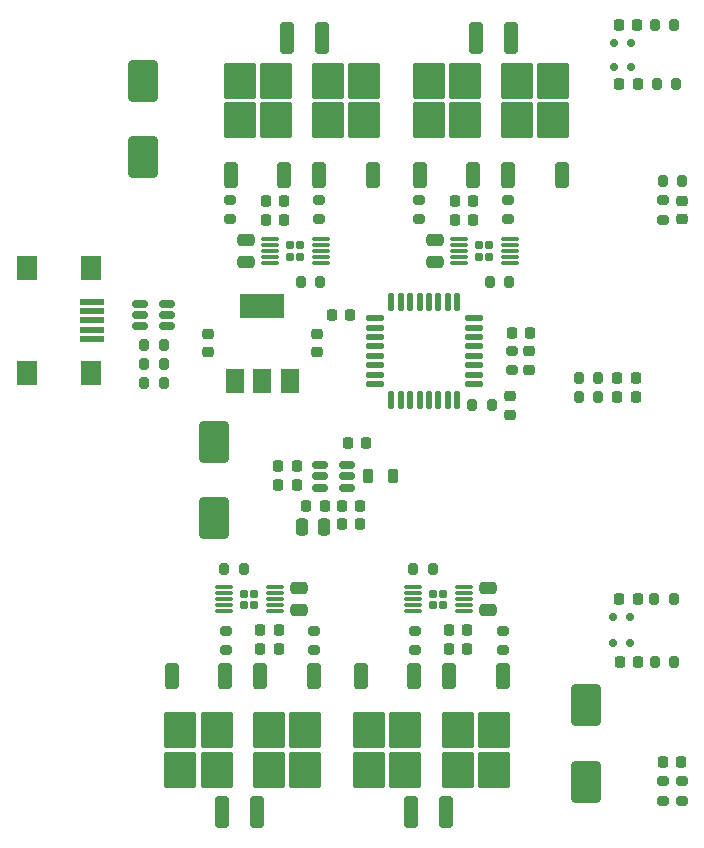
<source format=gbr>
%TF.GenerationSoftware,KiCad,Pcbnew,7.0.1*%
%TF.CreationDate,2023-12-25T09:53:22+01:00*%
%TF.ProjectId,BallBalancer,42616c6c-4261-46c6-916e-6365722e6b69,rev?*%
%TF.SameCoordinates,Original*%
%TF.FileFunction,Paste,Top*%
%TF.FilePolarity,Positive*%
%FSLAX46Y46*%
G04 Gerber Fmt 4.6, Leading zero omitted, Abs format (unit mm)*
G04 Created by KiCad (PCBNEW 7.0.1) date 2023-12-25 09:53:22*
%MOMM*%
%LPD*%
G01*
G04 APERTURE LIST*
G04 Aperture macros list*
%AMRoundRect*
0 Rectangle with rounded corners*
0 $1 Rounding radius*
0 $2 $3 $4 $5 $6 $7 $8 $9 X,Y pos of 4 corners*
0 Add a 4 corners polygon primitive as box body*
4,1,4,$2,$3,$4,$5,$6,$7,$8,$9,$2,$3,0*
0 Add four circle primitives for the rounded corners*
1,1,$1+$1,$2,$3*
1,1,$1+$1,$4,$5*
1,1,$1+$1,$6,$7*
1,1,$1+$1,$8,$9*
0 Add four rect primitives between the rounded corners*
20,1,$1+$1,$2,$3,$4,$5,0*
20,1,$1+$1,$4,$5,$6,$7,0*
20,1,$1+$1,$6,$7,$8,$9,0*
20,1,$1+$1,$8,$9,$2,$3,0*%
G04 Aperture macros list end*
%ADD10RoundRect,0.218750X0.218750X0.256250X-0.218750X0.256250X-0.218750X-0.256250X0.218750X-0.256250X0*%
%ADD11RoundRect,0.225000X-0.225000X-0.250000X0.225000X-0.250000X0.225000X0.250000X-0.225000X0.250000X0*%
%ADD12RoundRect,0.200000X-0.200000X-0.275000X0.200000X-0.275000X0.200000X0.275000X-0.200000X0.275000X0*%
%ADD13RoundRect,0.150000X-0.150000X-0.200000X0.150000X-0.200000X0.150000X0.200000X-0.150000X0.200000X0*%
%ADD14RoundRect,0.225000X0.225000X0.250000X-0.225000X0.250000X-0.225000X-0.250000X0.225000X-0.250000X0*%
%ADD15RoundRect,0.150000X-0.512500X-0.150000X0.512500X-0.150000X0.512500X0.150000X-0.512500X0.150000X0*%
%ADD16RoundRect,0.200000X0.200000X0.275000X-0.200000X0.275000X-0.200000X-0.275000X0.200000X-0.275000X0*%
%ADD17RoundRect,0.125000X0.625000X0.125000X-0.625000X0.125000X-0.625000X-0.125000X0.625000X-0.125000X0*%
%ADD18RoundRect,0.125000X0.125000X0.625000X-0.125000X0.625000X-0.125000X-0.625000X0.125000X-0.625000X0*%
%ADD19RoundRect,0.200000X0.275000X-0.200000X0.275000X0.200000X-0.275000X0.200000X-0.275000X-0.200000X0*%
%ADD20RoundRect,0.250000X1.000000X-1.500000X1.000000X1.500000X-1.000000X1.500000X-1.000000X-1.500000X0*%
%ADD21RoundRect,0.250000X-1.000000X1.500000X-1.000000X-1.500000X1.000000X-1.500000X1.000000X1.500000X0*%
%ADD22RoundRect,0.225000X-0.250000X0.225000X-0.250000X-0.225000X0.250000X-0.225000X0.250000X0.225000X0*%
%ADD23RoundRect,0.170000X-0.170000X-0.210000X0.170000X-0.210000X0.170000X0.210000X-0.170000X0.210000X0*%
%ADD24RoundRect,0.075000X-0.650000X-0.075000X0.650000X-0.075000X0.650000X0.075000X-0.650000X0.075000X0*%
%ADD25RoundRect,0.250000X-0.325000X-1.100000X0.325000X-1.100000X0.325000X1.100000X-0.325000X1.100000X0*%
%ADD26RoundRect,0.250000X0.350000X-0.850000X0.350000X0.850000X-0.350000X0.850000X-0.350000X-0.850000X0*%
%ADD27RoundRect,0.250000X1.125000X-1.275000X1.125000X1.275000X-1.125000X1.275000X-1.125000X-1.275000X0*%
%ADD28RoundRect,0.150000X0.512500X0.150000X-0.512500X0.150000X-0.512500X-0.150000X0.512500X-0.150000X0*%
%ADD29RoundRect,0.250000X0.475000X-0.250000X0.475000X0.250000X-0.475000X0.250000X-0.475000X-0.250000X0*%
%ADD30RoundRect,0.200000X-0.275000X0.200000X-0.275000X-0.200000X0.275000X-0.200000X0.275000X0.200000X0*%
%ADD31RoundRect,0.250000X-0.350000X0.850000X-0.350000X-0.850000X0.350000X-0.850000X0.350000X0.850000X0*%
%ADD32RoundRect,0.250000X-1.125000X1.275000X-1.125000X-1.275000X1.125000X-1.275000X1.125000X1.275000X0*%
%ADD33RoundRect,0.250000X-0.475000X0.250000X-0.475000X-0.250000X0.475000X-0.250000X0.475000X0.250000X0*%
%ADD34RoundRect,0.170000X0.170000X0.210000X-0.170000X0.210000X-0.170000X-0.210000X0.170000X-0.210000X0*%
%ADD35RoundRect,0.075000X0.650000X0.075000X-0.650000X0.075000X-0.650000X-0.075000X0.650000X-0.075000X0*%
%ADD36RoundRect,0.225000X0.250000X-0.225000X0.250000X0.225000X-0.250000X0.225000X-0.250000X-0.225000X0*%
%ADD37RoundRect,0.218750X-0.218750X-0.381250X0.218750X-0.381250X0.218750X0.381250X-0.218750X0.381250X0*%
%ADD38R,1.500000X2.000000*%
%ADD39R,3.800000X2.000000*%
%ADD40RoundRect,0.250000X0.325000X1.100000X-0.325000X1.100000X-0.325000X-1.100000X0.325000X-1.100000X0*%
%ADD41RoundRect,0.250000X-0.250000X-0.475000X0.250000X-0.475000X0.250000X0.475000X-0.250000X0.475000X0*%
%ADD42R,2.000000X0.500000*%
%ADD43R,1.700000X2.000000*%
G04 APERTURE END LIST*
D10*
%TO.C,D1*%
X137187500Y-94100000D03*
X135612500Y-94100000D03*
%TD*%
D11*
%TO.C,C31*%
X105411451Y-113805292D03*
X106961451Y-113805292D03*
%TD*%
D12*
%TO.C,R5*%
X95575000Y-91300000D03*
X97225000Y-91300000D03*
%TD*%
D13*
%TO.C,D6*%
X136800000Y-64100000D03*
X135400000Y-64100000D03*
%TD*%
D14*
%TO.C,C32*%
X123462500Y-79120000D03*
X121912500Y-79120000D03*
%TD*%
D15*
%TO.C,U6*%
X110462500Y-99850000D03*
X110462500Y-100800000D03*
X110462500Y-101750000D03*
X112737500Y-101750000D03*
X112737500Y-100800000D03*
X112737500Y-99850000D03*
%TD*%
D16*
%TO.C,R17*%
X110512500Y-84320000D03*
X108862500Y-84320000D03*
%TD*%
D14*
%TO.C,C34*%
X123462500Y-77520000D03*
X121912500Y-77520000D03*
%TD*%
D17*
%TO.C,U1*%
X123475000Y-93000000D03*
X123475000Y-92200000D03*
X123475000Y-91400000D03*
X123475000Y-90600000D03*
X123475000Y-89800000D03*
X123475000Y-89000000D03*
X123475000Y-88200000D03*
X123475000Y-87400000D03*
D18*
X122100000Y-86025000D03*
X121300000Y-86025000D03*
X120500000Y-86025000D03*
X119700000Y-86025000D03*
X118900000Y-86025000D03*
X118100000Y-86025000D03*
X117300000Y-86025000D03*
X116500000Y-86025000D03*
D17*
X115125000Y-87400000D03*
X115125000Y-88200000D03*
X115125000Y-89000000D03*
X115125000Y-89800000D03*
X115125000Y-90600000D03*
X115125000Y-91400000D03*
X115125000Y-92200000D03*
X115125000Y-93000000D03*
D18*
X116500000Y-94375000D03*
X117300000Y-94375000D03*
X118100000Y-94375000D03*
X118900000Y-94375000D03*
X119700000Y-94375000D03*
X120500000Y-94375000D03*
X121300000Y-94375000D03*
X122100000Y-94375000D03*
%TD*%
D10*
%TO.C,D2*%
X137187500Y-92500000D03*
X135612500Y-92500000D03*
%TD*%
D19*
%TO.C,R22*%
X109986451Y-115530292D03*
X109986451Y-113880292D03*
%TD*%
D13*
%TO.C,D3*%
X136700000Y-114900000D03*
X135300000Y-114900000D03*
%TD*%
D20*
%TO.C,C36*%
X133000000Y-126650000D03*
X133000000Y-120150000D03*
%TD*%
D16*
%TO.C,R7*%
X97225000Y-89700000D03*
X95575000Y-89700000D03*
%TD*%
D11*
%TO.C,C13*%
X121411451Y-113805292D03*
X122961451Y-113805292D03*
%TD*%
D16*
%TO.C,R27*%
X126512500Y-84320000D03*
X124862500Y-84320000D03*
%TD*%
D21*
%TO.C,C15*%
X101500000Y-97850000D03*
X101500000Y-104350000D03*
%TD*%
D22*
%TO.C,C1*%
X128200000Y-90225000D03*
X128200000Y-91775000D03*
%TD*%
D11*
%TO.C,C11*%
X121411451Y-115405292D03*
X122961451Y-115405292D03*
%TD*%
%TO.C,C33*%
X105411451Y-115405292D03*
X106961451Y-115405292D03*
%TD*%
D23*
%TO.C,U4*%
X107967500Y-81250000D03*
X107967500Y-82190000D03*
X108807500Y-81250000D03*
X108807500Y-82190000D03*
D24*
X106237500Y-80720000D03*
X106237500Y-81220000D03*
X106237500Y-81720000D03*
X106237500Y-82220000D03*
X106237500Y-82720000D03*
X110537500Y-82720000D03*
X110537500Y-82220000D03*
X110537500Y-81720000D03*
X110537500Y-81220000D03*
X110537500Y-80720000D03*
%TD*%
D16*
%TO.C,R12*%
X140625000Y-67620000D03*
X138975000Y-67620000D03*
%TD*%
D25*
%TO.C,C27*%
X118211451Y-129205292D03*
X121161451Y-129205292D03*
%TD*%
D26*
%TO.C,Q4*%
X110407500Y-75260000D03*
D27*
X111162500Y-70635000D03*
X114212500Y-70635000D03*
X111162500Y-67285000D03*
X114212500Y-67285000D03*
D26*
X114967500Y-75260000D03*
%TD*%
D25*
%TO.C,C24*%
X102211451Y-129205292D03*
X105161451Y-129205292D03*
%TD*%
D12*
%TO.C,R2*%
X132375000Y-92500000D03*
X134025000Y-92500000D03*
%TD*%
D28*
%TO.C,U2*%
X97537500Y-88100000D03*
X97537500Y-87150000D03*
X97537500Y-86200000D03*
X95262500Y-86200000D03*
X95262500Y-87150000D03*
X95262500Y-88100000D03*
%TD*%
D29*
%TO.C,C20*%
X104187500Y-82670000D03*
X104187500Y-80770000D03*
%TD*%
D14*
%TO.C,C8*%
X137375000Y-67620000D03*
X135825000Y-67620000D03*
%TD*%
D30*
%TO.C,R23*%
X102486451Y-113880292D03*
X102486451Y-115530292D03*
%TD*%
D11*
%TO.C,C26*%
X112325000Y-104800000D03*
X113875000Y-104800000D03*
%TD*%
D26*
%TO.C,Q8*%
X126407500Y-75260000D03*
D27*
X127162500Y-70635000D03*
X130212500Y-70635000D03*
X127162500Y-67285000D03*
X130212500Y-67285000D03*
D26*
X130967500Y-75260000D03*
%TD*%
D31*
%TO.C,Q6*%
X102466451Y-117665292D03*
D32*
X101711451Y-122290292D03*
X98661451Y-122290292D03*
X101711451Y-125640292D03*
X98661451Y-125640292D03*
D31*
X97906451Y-117665292D03*
%TD*%
D12*
%TO.C,R14*%
X139475000Y-75835000D03*
X141125000Y-75835000D03*
%TD*%
D33*
%TO.C,C19*%
X124686451Y-110255292D03*
X124686451Y-112155292D03*
%TD*%
D31*
%TO.C,Q5*%
X109966451Y-117665292D03*
D32*
X109211451Y-122290292D03*
X106161451Y-122290292D03*
X109211451Y-125640292D03*
X106161451Y-125640292D03*
D31*
X105406451Y-117665292D03*
%TD*%
D12*
%TO.C,R6*%
X95575000Y-92900000D03*
X97225000Y-92900000D03*
%TD*%
D26*
%TO.C,Q7*%
X118907500Y-75260000D03*
D27*
X119662500Y-70635000D03*
X122712500Y-70635000D03*
X119662500Y-67285000D03*
X122712500Y-67285000D03*
D26*
X123467500Y-75260000D03*
%TD*%
D19*
%TO.C,R25*%
X126387500Y-79045000D03*
X126387500Y-77395000D03*
%TD*%
D13*
%TO.C,D5*%
X136800000Y-66100000D03*
X135400000Y-66100000D03*
%TD*%
D14*
%TO.C,C22*%
X114375000Y-98000000D03*
X112825000Y-98000000D03*
%TD*%
D11*
%TO.C,C7*%
X139525000Y-125020000D03*
X141075000Y-125020000D03*
%TD*%
D23*
%TO.C,U8*%
X123967500Y-81250000D03*
X123967500Y-82190000D03*
X124807500Y-81250000D03*
X124807500Y-82190000D03*
D24*
X122237500Y-80720000D03*
X122237500Y-81220000D03*
X122237500Y-81720000D03*
X122237500Y-82220000D03*
X122237500Y-82720000D03*
X126537500Y-82720000D03*
X126537500Y-82220000D03*
X126537500Y-81720000D03*
X126537500Y-81220000D03*
X126537500Y-80720000D03*
%TD*%
D31*
%TO.C,Q2*%
X118466451Y-117665292D03*
D32*
X117711451Y-122290292D03*
X114661451Y-122290292D03*
X117711451Y-125640292D03*
X114661451Y-125640292D03*
D31*
X113906451Y-117665292D03*
%TD*%
D34*
%TO.C,U7*%
X104906451Y-111675292D03*
X104906451Y-110735292D03*
X104066451Y-111675292D03*
X104066451Y-110735292D03*
D35*
X106636451Y-112205292D03*
X106636451Y-111705292D03*
X106636451Y-111205292D03*
X106636451Y-110705292D03*
X106636451Y-110205292D03*
X102336451Y-110205292D03*
X102336451Y-110705292D03*
X102336451Y-111205292D03*
X102336451Y-111705292D03*
X102336451Y-112205292D03*
%TD*%
D30*
%TO.C,R20*%
X102887500Y-77395000D03*
X102887500Y-79045000D03*
%TD*%
D12*
%TO.C,R1*%
X132375000Y-94100000D03*
X134025000Y-94100000D03*
%TD*%
D21*
%TO.C,C35*%
X95500000Y-67300000D03*
X95500000Y-73800000D03*
%TD*%
D30*
%TO.C,R3*%
X126700000Y-90175000D03*
X126700000Y-91825000D03*
%TD*%
D19*
%TO.C,R10*%
X141100000Y-128270000D03*
X141100000Y-126620000D03*
%TD*%
D10*
%TO.C,D7*%
X108487500Y-101500000D03*
X106912500Y-101500000D03*
%TD*%
D36*
%TO.C,C18*%
X101000000Y-90275000D03*
X101000000Y-88725000D03*
%TD*%
%TO.C,C2*%
X126600000Y-95575000D03*
X126600000Y-94025000D03*
%TD*%
D37*
%TO.C,L1*%
X114537500Y-100800000D03*
X116662500Y-100800000D03*
%TD*%
D16*
%TO.C,R8*%
X140475000Y-116500000D03*
X138825000Y-116500000D03*
%TD*%
D36*
%TO.C,C21*%
X110200000Y-90275000D03*
X110200000Y-88725000D03*
%TD*%
D29*
%TO.C,C30*%
X120187500Y-82670000D03*
X120187500Y-80770000D03*
%TD*%
D38*
%TO.C,U5*%
X103300000Y-92700000D03*
X105600000Y-92700000D03*
D39*
X105600000Y-86400000D03*
D38*
X107900000Y-92700000D03*
%TD*%
D11*
%TO.C,C4*%
X111450000Y-87100000D03*
X113000000Y-87100000D03*
%TD*%
D19*
%TO.C,R21*%
X110387500Y-79045000D03*
X110387500Y-77395000D03*
%TD*%
D13*
%TO.C,D4*%
X136700000Y-112700000D03*
X135300000Y-112700000D03*
%TD*%
D19*
%TO.C,R9*%
X139500000Y-128245000D03*
X139500000Y-126595000D03*
%TD*%
%TO.C,R13*%
X139475000Y-79060000D03*
X139475000Y-77410000D03*
%TD*%
D14*
%TO.C,C3*%
X128250000Y-88700000D03*
X126700000Y-88700000D03*
%TD*%
D40*
%TO.C,C28*%
X126662500Y-63720000D03*
X123712500Y-63720000D03*
%TD*%
D14*
%TO.C,C5*%
X137400000Y-116500000D03*
X135850000Y-116500000D03*
%TD*%
D41*
%TO.C,C17*%
X108950000Y-105050000D03*
X110850000Y-105050000D03*
%TD*%
D10*
%TO.C,D8*%
X108487500Y-99900000D03*
X106912500Y-99900000D03*
%TD*%
D30*
%TO.C,R19*%
X118486451Y-113880292D03*
X118486451Y-115530292D03*
%TD*%
D14*
%TO.C,C6*%
X137375000Y-111190000D03*
X135825000Y-111190000D03*
%TD*%
D12*
%TO.C,R4*%
X123375000Y-94800000D03*
X125025000Y-94800000D03*
%TD*%
%TO.C,R16*%
X118361451Y-108605292D03*
X120011451Y-108605292D03*
%TD*%
D16*
%TO.C,R11*%
X140425000Y-111190000D03*
X138775000Y-111190000D03*
%TD*%
D33*
%TO.C,C29*%
X108686451Y-110255292D03*
X108686451Y-112155292D03*
%TD*%
D11*
%TO.C,C16*%
X109325000Y-103300000D03*
X110875000Y-103300000D03*
%TD*%
D19*
%TO.C,R18*%
X125986451Y-115530292D03*
X125986451Y-113880292D03*
%TD*%
D14*
%TO.C,C9*%
X137350000Y-62620000D03*
X135800000Y-62620000D03*
%TD*%
D12*
%TO.C,R26*%
X102361451Y-108605292D03*
X104011451Y-108605292D03*
%TD*%
D42*
%TO.C,J1*%
X91200000Y-86000000D03*
X91200000Y-86800000D03*
X91200000Y-87600000D03*
X91200000Y-88400000D03*
X91200000Y-89200000D03*
D43*
X91100000Y-83150000D03*
X85650000Y-83150000D03*
X91100000Y-92050000D03*
X85650000Y-92050000D03*
%TD*%
D11*
%TO.C,C23*%
X112325000Y-103300000D03*
X113875000Y-103300000D03*
%TD*%
D16*
%TO.C,R15*%
X140450000Y-62620000D03*
X138800000Y-62620000D03*
%TD*%
D14*
%TO.C,C14*%
X107462500Y-79120000D03*
X105912500Y-79120000D03*
%TD*%
%TO.C,C12*%
X107462500Y-77520000D03*
X105912500Y-77520000D03*
%TD*%
D36*
%TO.C,C10*%
X141100000Y-79010000D03*
X141100000Y-77460000D03*
%TD*%
D34*
%TO.C,U3*%
X120906451Y-111675292D03*
X120906451Y-110735292D03*
X120066451Y-111675292D03*
X120066451Y-110735292D03*
D35*
X122636451Y-112205292D03*
X122636451Y-111705292D03*
X122636451Y-111205292D03*
X122636451Y-110705292D03*
X122636451Y-110205292D03*
X118336451Y-110205292D03*
X118336451Y-110705292D03*
X118336451Y-111205292D03*
X118336451Y-111705292D03*
X118336451Y-112205292D03*
%TD*%
D31*
%TO.C,Q1*%
X125966451Y-117665292D03*
D32*
X125211451Y-122290292D03*
X122161451Y-122290292D03*
X125211451Y-125640292D03*
X122161451Y-125640292D03*
D31*
X121406451Y-117665292D03*
%TD*%
D40*
%TO.C,C25*%
X110662500Y-63720000D03*
X107712500Y-63720000D03*
%TD*%
D26*
%TO.C,Q3*%
X102907500Y-75260000D03*
D27*
X103662500Y-70635000D03*
X106712500Y-70635000D03*
X103662500Y-67285000D03*
X106712500Y-67285000D03*
D26*
X107467500Y-75260000D03*
%TD*%
D30*
%TO.C,R24*%
X118887500Y-77395000D03*
X118887500Y-79045000D03*
%TD*%
M02*

</source>
